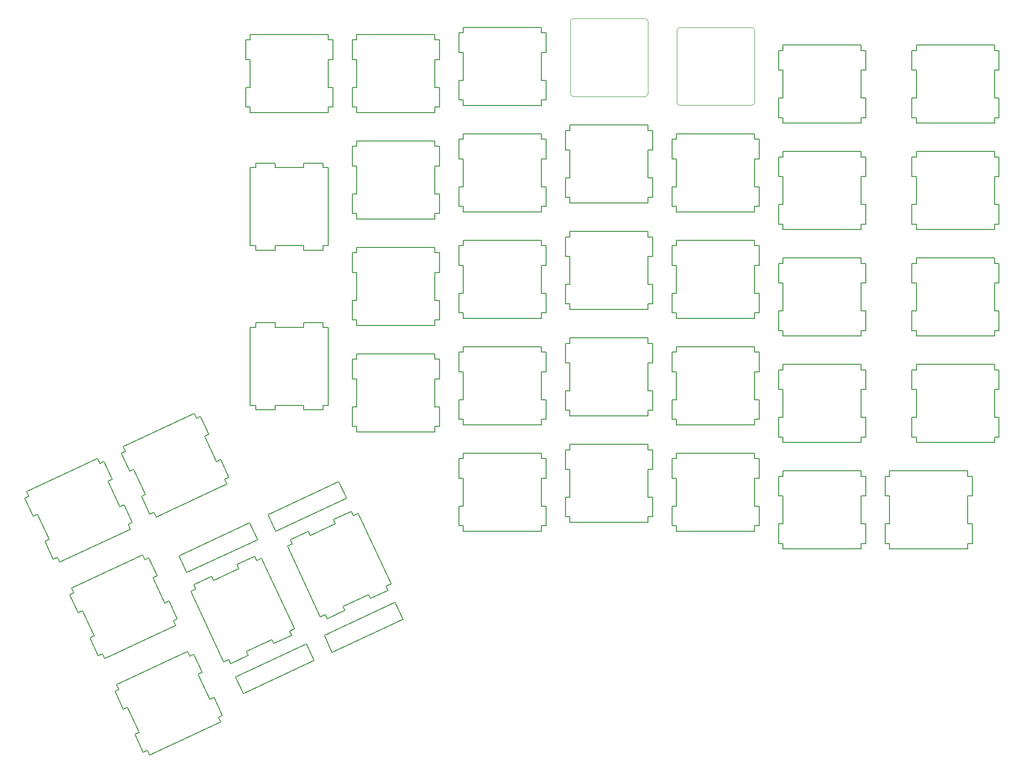
<source format=gbr>
%TF.GenerationSoftware,KiCad,Pcbnew,(6.0.5)*%
%TF.CreationDate,2022-05-21T18:25:29-06:00*%
%TF.ProjectId,ErgoDOX,4572676f-444f-4582-9e6b-696361645f70,rev?*%
%TF.SameCoordinates,Original*%
%TF.FileFunction,Other,ECO2*%
%FSLAX46Y46*%
G04 Gerber Fmt 4.6, Leading zero omitted, Abs format (unit mm)*
G04 Created by KiCad (PCBNEW (6.0.5)) date 2022-05-21 18:25:29*
%MOMM*%
%LPD*%
G01*
G04 APERTURE LIST*
%ADD10C,0.050000*%
%ADD11C,0.152400*%
G04 APERTURE END LIST*
D10*
%TO.C,SW5:10*%
X136490000Y-55780000D02*
X136490000Y-68680000D01*
X122590000Y-68680000D02*
X122590000Y-55780000D01*
X123090000Y-55280000D02*
X135990000Y-55280000D01*
X135990000Y-69180000D02*
X123090000Y-69180000D01*
X136490000Y-55780000D02*
G75*
G03*
X135990000Y-55280000I-500000J0D01*
G01*
X123090000Y-55280000D02*
G75*
G03*
X122590000Y-55780000I1J-500001D01*
G01*
X122590000Y-68680000D02*
G75*
G03*
X123090000Y-69180000I500001J1D01*
G01*
X135990000Y-69180000D02*
G75*
G03*
X136490000Y-68680000I0J500000D01*
G01*
%TO.C,SW5:11*%
X155540000Y-57377660D02*
X155540000Y-70277660D01*
X141640000Y-70277660D02*
X141640000Y-57377660D01*
X142140000Y-56877660D02*
X155040000Y-56877660D01*
X155040000Y-70777660D02*
X142140000Y-70777660D01*
X155540000Y-57377660D02*
G75*
G03*
X155040000Y-56877660I-500000J0D01*
G01*
X142140000Y-56877660D02*
G75*
G03*
X141640000Y-57377660I1J-500001D01*
G01*
X141640000Y-70277660D02*
G75*
G03*
X142140000Y-70777660I500001J1D01*
G01*
X155040000Y-70777660D02*
G75*
G03*
X155540000Y-70277660I0J500000D01*
G01*
D11*
%TO.C,SW1:13*%
X194487800Y-145707100D02*
X194487800Y-149207220D01*
X193675000Y-136217660D02*
X193675000Y-137198100D01*
X178892200Y-140698220D02*
X178892200Y-137198100D01*
X178892200Y-149207220D02*
X178892200Y-145707100D01*
X179705000Y-137198100D02*
X179705000Y-136217660D01*
X193675000Y-145707100D02*
X194487800Y-145707100D01*
X194487800Y-149207220D02*
X193675000Y-149207220D01*
X194487800Y-137198100D02*
X194487800Y-140698220D01*
X193675000Y-137198100D02*
X194487800Y-137198100D01*
X179705000Y-145707100D02*
X179705000Y-140698220D01*
X193675000Y-149207220D02*
X193675000Y-150187660D01*
X193675000Y-150187660D02*
X179705000Y-150187660D01*
X194487800Y-140698220D02*
X193675000Y-140698220D01*
X179705000Y-149207220D02*
X178892200Y-149207220D01*
X179705000Y-150187660D02*
X179705000Y-149207220D01*
X178892200Y-145707100D02*
X179705000Y-145707100D01*
X193675000Y-140698220D02*
X193675000Y-145707100D01*
X179705000Y-140698220D02*
X178892200Y-140698220D01*
X179705000Y-136217660D02*
X193675000Y-136217660D01*
X178892200Y-137198100D02*
X179705000Y-137198100D01*
%TO.C,SW1:10*%
X136525000Y-135925560D02*
X136525000Y-140934440D01*
X122555000Y-132425440D02*
X122555000Y-131445000D01*
X136525000Y-131445000D02*
X136525000Y-132425440D01*
X136525000Y-140934440D02*
X137337800Y-140934440D01*
X122555000Y-144434560D02*
X121742200Y-144434560D01*
X122555000Y-131445000D02*
X136525000Y-131445000D01*
X136525000Y-144434560D02*
X136525000Y-145415000D01*
X136525000Y-132425440D02*
X137337800Y-132425440D01*
X121742200Y-132425440D02*
X122555000Y-132425440D01*
X136525000Y-145415000D02*
X122555000Y-145415000D01*
X137337800Y-144434560D02*
X136525000Y-144434560D01*
X122555000Y-135925560D02*
X121742200Y-135925560D01*
X121742200Y-140934440D02*
X122555000Y-140934440D01*
X121742200Y-135925560D02*
X121742200Y-132425440D01*
X137337800Y-140934440D02*
X137337800Y-144434560D01*
X122555000Y-145415000D02*
X122555000Y-144434560D01*
X137337800Y-135925560D02*
X136525000Y-135925560D01*
X121742200Y-144434560D02*
X121742200Y-140934440D01*
X137337800Y-132425440D02*
X137337800Y-135925560D01*
X122555000Y-140934440D02*
X122555000Y-135925560D01*
%TO.C,SW1:9*%
X103505000Y-147012660D02*
X103505000Y-146032220D01*
X117475000Y-133042660D02*
X117475000Y-134023100D01*
X117475000Y-147012660D02*
X103505000Y-147012660D01*
X118287800Y-134023100D02*
X118287800Y-137523220D01*
X117475000Y-142532100D02*
X118287800Y-142532100D01*
X103505000Y-137523220D02*
X102692200Y-137523220D01*
X118287800Y-146032220D02*
X117475000Y-146032220D01*
X118287800Y-137523220D02*
X117475000Y-137523220D01*
X103505000Y-133042660D02*
X117475000Y-133042660D01*
X103505000Y-134023100D02*
X103505000Y-133042660D01*
X102692200Y-146032220D02*
X102692200Y-142532100D01*
X118287800Y-142532100D02*
X118287800Y-146032220D01*
X103505000Y-146032220D02*
X102692200Y-146032220D01*
X103505000Y-142532100D02*
X103505000Y-137523220D01*
X117475000Y-137523220D02*
X117475000Y-142532100D01*
X117475000Y-146032220D02*
X117475000Y-147012660D01*
X102692200Y-137523220D02*
X102692200Y-134023100D01*
X102692200Y-142532100D02*
X103505000Y-142532100D01*
X102692200Y-134023100D02*
X103505000Y-134023100D01*
X117475000Y-134023100D02*
X118287800Y-134023100D01*
%TO.C,SW2:13*%
X184467500Y-131137660D02*
X184467500Y-130157220D01*
X198437500Y-117167660D02*
X198437500Y-118148100D01*
X199250300Y-118148100D02*
X199250300Y-121648220D01*
X198437500Y-130157220D02*
X198437500Y-131137660D01*
X199250300Y-126657100D02*
X199250300Y-130157220D01*
X198437500Y-131137660D02*
X184467500Y-131137660D01*
X184467500Y-118148100D02*
X184467500Y-117167660D01*
X198437500Y-121648220D02*
X198437500Y-126657100D01*
X183654700Y-126657100D02*
X184467500Y-126657100D01*
X183654700Y-121648220D02*
X183654700Y-118148100D01*
X184467500Y-121648220D02*
X183654700Y-121648220D01*
X184467500Y-126657100D02*
X184467500Y-121648220D01*
X199250300Y-121648220D02*
X198437500Y-121648220D01*
X183654700Y-118148100D02*
X184467500Y-118148100D01*
X198437500Y-126657100D02*
X199250300Y-126657100D01*
X198437500Y-118148100D02*
X199250300Y-118148100D01*
X184467500Y-117167660D02*
X198437500Y-117167660D01*
X184467500Y-130157220D02*
X183654700Y-130157220D01*
X199250300Y-130157220D02*
X198437500Y-130157220D01*
X183654700Y-130157220D02*
X183654700Y-126657100D01*
%TO.C,SW2:10*%
X136525000Y-113375440D02*
X137337800Y-113375440D01*
X121742200Y-121884440D02*
X122555000Y-121884440D01*
X122555000Y-112395000D02*
X136525000Y-112395000D01*
X122555000Y-125384560D02*
X121742200Y-125384560D01*
X122555000Y-116875560D02*
X121742200Y-116875560D01*
X121742200Y-125384560D02*
X121742200Y-121884440D01*
X137337800Y-113375440D02*
X137337800Y-116875560D01*
X136525000Y-112395000D02*
X136525000Y-113375440D01*
X121742200Y-116875560D02*
X121742200Y-113375440D01*
X137337800Y-125384560D02*
X136525000Y-125384560D01*
X136525000Y-121884440D02*
X137337800Y-121884440D01*
X122555000Y-113375440D02*
X122555000Y-112395000D01*
X137337800Y-121884440D02*
X137337800Y-125384560D01*
X136525000Y-125384560D02*
X136525000Y-126365000D01*
X137337800Y-116875560D02*
X136525000Y-116875560D01*
X122555000Y-126365000D02*
X122555000Y-125384560D01*
X122555000Y-121884440D02*
X122555000Y-116875560D01*
X121742200Y-113375440D02*
X122555000Y-113375440D01*
X136525000Y-116875560D02*
X136525000Y-121884440D01*
X136525000Y-126365000D02*
X122555000Y-126365000D01*
%TO.C,SW2:9*%
X103505000Y-127962660D02*
X103505000Y-126982220D01*
X117475000Y-114973100D02*
X118287800Y-114973100D01*
X103505000Y-123482100D02*
X103505000Y-118473220D01*
X103505000Y-114973100D02*
X103505000Y-113992660D01*
X103505000Y-113992660D02*
X117475000Y-113992660D01*
X117475000Y-113992660D02*
X117475000Y-114973100D01*
X103505000Y-126982220D02*
X102692200Y-126982220D01*
X117475000Y-127962660D02*
X103505000Y-127962660D01*
X102692200Y-126982220D02*
X102692200Y-123482100D01*
X117475000Y-118473220D02*
X117475000Y-123482100D01*
X118287800Y-126982220D02*
X117475000Y-126982220D01*
X103505000Y-118473220D02*
X102692200Y-118473220D01*
X118287800Y-114973100D02*
X118287800Y-118473220D01*
X118287800Y-118473220D02*
X117475000Y-118473220D01*
X102692200Y-118473220D02*
X102692200Y-114973100D01*
X118287800Y-123482100D02*
X118287800Y-126982220D01*
X117475000Y-126982220D02*
X117475000Y-127962660D01*
X117475000Y-123482100D02*
X118287800Y-123482100D01*
X102692200Y-114973100D02*
X103505000Y-114973100D01*
X102692200Y-123482100D02*
X103505000Y-123482100D01*
%TO.C,SW2:7*%
X69885560Y-125282960D02*
X66385440Y-125282960D01*
X65405000Y-124470160D02*
X65405000Y-110500160D01*
X78394560Y-125282960D02*
X74894440Y-125282960D01*
X78394560Y-124470160D02*
X78394560Y-125282960D01*
X66385440Y-125282960D02*
X66385440Y-124470160D01*
X79375000Y-110500160D02*
X79375000Y-124470160D01*
X66385440Y-110500160D02*
X66385440Y-109687360D01*
X74894440Y-109687360D02*
X78394560Y-109687360D01*
X78394560Y-110500160D02*
X79375000Y-110500160D01*
X74894440Y-125282960D02*
X74894440Y-124470160D01*
X79375000Y-124470160D02*
X78394560Y-124470160D01*
X78394560Y-109687360D02*
X78394560Y-110500160D01*
X69885560Y-109687360D02*
X69885560Y-110500160D01*
X69885560Y-124470160D02*
X69885560Y-125282960D01*
X69885560Y-110500160D02*
X74894440Y-110500160D01*
X66385440Y-109687360D02*
X69885560Y-109687360D01*
X65405000Y-110500160D02*
X66385440Y-110500160D01*
X66385440Y-124470160D02*
X65405000Y-124470160D01*
X74894440Y-110500160D02*
X74894440Y-109687360D01*
X74894440Y-124470160D02*
X69885560Y-124470160D01*
%TO.C,SW3:13*%
X198437500Y-102598220D02*
X198437500Y-107607100D01*
X183654700Y-102598220D02*
X183654700Y-99098100D01*
X198437500Y-111107220D02*
X198437500Y-112087660D01*
X184467500Y-112087660D02*
X184467500Y-111107220D01*
X199250300Y-102598220D02*
X198437500Y-102598220D01*
X198437500Y-98117660D02*
X198437500Y-99098100D01*
X183654700Y-99098100D02*
X184467500Y-99098100D01*
X199250300Y-99098100D02*
X199250300Y-102598220D01*
X184467500Y-107607100D02*
X184467500Y-102598220D01*
X198437500Y-107607100D02*
X199250300Y-107607100D01*
X198437500Y-99098100D02*
X199250300Y-99098100D01*
X184467500Y-111107220D02*
X183654700Y-111107220D01*
X184467500Y-99098100D02*
X184467500Y-98117660D01*
X199250300Y-107607100D02*
X199250300Y-111107220D01*
X184467500Y-102598220D02*
X183654700Y-102598220D01*
X199250300Y-111107220D02*
X198437500Y-111107220D01*
X184467500Y-98117660D02*
X198437500Y-98117660D01*
X198437500Y-112087660D02*
X184467500Y-112087660D01*
X183654700Y-107607100D02*
X184467500Y-107607100D01*
X183654700Y-111107220D02*
X183654700Y-107607100D01*
%TO.C,SW3:11*%
X140792200Y-104432100D02*
X141605000Y-104432100D01*
X140792200Y-95923100D02*
X141605000Y-95923100D01*
X155575000Y-107932220D02*
X155575000Y-108912660D01*
X141605000Y-99423220D02*
X140792200Y-99423220D01*
X141605000Y-107932220D02*
X140792200Y-107932220D01*
X140792200Y-107932220D02*
X140792200Y-104432100D01*
X140792200Y-99423220D02*
X140792200Y-95923100D01*
X155575000Y-99423220D02*
X155575000Y-104432100D01*
X141605000Y-104432100D02*
X141605000Y-99423220D01*
X141605000Y-94942660D02*
X155575000Y-94942660D01*
X156387800Y-99423220D02*
X155575000Y-99423220D01*
X155575000Y-108912660D02*
X141605000Y-108912660D01*
X141605000Y-95923100D02*
X141605000Y-94942660D01*
X141605000Y-108912660D02*
X141605000Y-107932220D01*
X155575000Y-104432100D02*
X156387800Y-104432100D01*
X155575000Y-95923100D02*
X156387800Y-95923100D01*
X155575000Y-94942660D02*
X155575000Y-95923100D01*
X156387800Y-95923100D02*
X156387800Y-99423220D01*
X156387800Y-107932220D02*
X155575000Y-107932220D01*
X156387800Y-104432100D02*
X156387800Y-107932220D01*
%TO.C,SW3:10*%
X137337800Y-106334560D02*
X136525000Y-106334560D01*
X121742200Y-97825560D02*
X121742200Y-94325440D01*
X137337800Y-94325440D02*
X137337800Y-97825560D01*
X122555000Y-107315000D02*
X122555000Y-106334560D01*
X122555000Y-106334560D02*
X121742200Y-106334560D01*
X122555000Y-97825560D02*
X121742200Y-97825560D01*
X136525000Y-93345000D02*
X136525000Y-94325440D01*
X122555000Y-94325440D02*
X122555000Y-93345000D01*
X122555000Y-102834440D02*
X122555000Y-97825560D01*
X136525000Y-97825560D02*
X136525000Y-102834440D01*
X136525000Y-106334560D02*
X136525000Y-107315000D01*
X136525000Y-107315000D02*
X122555000Y-107315000D01*
X122555000Y-93345000D02*
X136525000Y-93345000D01*
X136525000Y-102834440D02*
X137337800Y-102834440D01*
X121742200Y-102834440D02*
X122555000Y-102834440D01*
X137337800Y-102834440D02*
X137337800Y-106334560D01*
X136525000Y-94325440D02*
X137337800Y-94325440D01*
X137337800Y-97825560D02*
X136525000Y-97825560D01*
X121742200Y-106334560D02*
X121742200Y-102834440D01*
X121742200Y-94325440D02*
X122555000Y-94325440D01*
%TO.C,SW3:9*%
X118287800Y-107932220D02*
X117475000Y-107932220D01*
X102692200Y-107932220D02*
X102692200Y-104432100D01*
X117475000Y-99423220D02*
X117475000Y-104432100D01*
X103505000Y-94942660D02*
X117475000Y-94942660D01*
X118287800Y-104432100D02*
X118287800Y-107932220D01*
X103505000Y-107932220D02*
X102692200Y-107932220D01*
X117475000Y-95923100D02*
X118287800Y-95923100D01*
X103505000Y-104432100D02*
X103505000Y-99423220D01*
X117475000Y-108912660D02*
X103505000Y-108912660D01*
X102692200Y-99423220D02*
X102692200Y-95923100D01*
X117475000Y-107932220D02*
X117475000Y-108912660D01*
X118287800Y-99423220D02*
X117475000Y-99423220D01*
X103505000Y-99423220D02*
X102692200Y-99423220D01*
X117475000Y-94942660D02*
X117475000Y-95923100D01*
X117475000Y-104432100D02*
X118287800Y-104432100D01*
X102692200Y-104432100D02*
X103505000Y-104432100D01*
X103505000Y-108912660D02*
X103505000Y-107932220D01*
X118287800Y-95923100D02*
X118287800Y-99423220D01*
X103505000Y-95923100D02*
X103505000Y-94942660D01*
X102692200Y-95923100D02*
X103505000Y-95923100D01*
%TO.C,SW3:8*%
X98425000Y-110182660D02*
X84455000Y-110182660D01*
X98425000Y-105702100D02*
X99237800Y-105702100D01*
X84455000Y-105702100D02*
X84455000Y-100693220D01*
X83642200Y-109202220D02*
X83642200Y-105702100D01*
X98425000Y-109202220D02*
X98425000Y-110182660D01*
X84455000Y-97193100D02*
X84455000Y-96212660D01*
X98425000Y-100693220D02*
X98425000Y-105702100D01*
X98425000Y-97193100D02*
X99237800Y-97193100D01*
X84455000Y-109202220D02*
X83642200Y-109202220D01*
X99237800Y-97193100D02*
X99237800Y-100693220D01*
X84455000Y-96212660D02*
X98425000Y-96212660D01*
X99237800Y-105702100D02*
X99237800Y-109202220D01*
X84455000Y-110182660D02*
X84455000Y-109202220D01*
X99237800Y-100693220D02*
X98425000Y-100693220D01*
X84455000Y-100693220D02*
X83642200Y-100693220D01*
X98425000Y-96212660D02*
X98425000Y-97193100D01*
X99237800Y-109202220D02*
X98425000Y-109202220D01*
X83642200Y-105702100D02*
X84455000Y-105702100D01*
X83642200Y-100693220D02*
X83642200Y-97193100D01*
X83642200Y-97193100D02*
X84455000Y-97193100D01*
%TO.C,SW4:13*%
X184467500Y-93037660D02*
X184467500Y-92057220D01*
X199250300Y-80048100D02*
X199250300Y-83548220D01*
X183654700Y-92057220D02*
X183654700Y-88557100D01*
X184467500Y-88557100D02*
X184467500Y-83548220D01*
X183654700Y-80048100D02*
X184467500Y-80048100D01*
X198437500Y-92057220D02*
X198437500Y-93037660D01*
X198437500Y-93037660D02*
X184467500Y-93037660D01*
X184467500Y-79067660D02*
X198437500Y-79067660D01*
X184467500Y-92057220D02*
X183654700Y-92057220D01*
X184467500Y-83548220D02*
X183654700Y-83548220D01*
X198437500Y-79067660D02*
X198437500Y-80048100D01*
X198437500Y-83548220D02*
X198437500Y-88557100D01*
X199250300Y-92057220D02*
X198437500Y-92057220D01*
X184467500Y-80048100D02*
X184467500Y-79067660D01*
X183654700Y-83548220D02*
X183654700Y-80048100D01*
X198437500Y-80048100D02*
X199250300Y-80048100D01*
X199250300Y-88557100D02*
X199250300Y-92057220D01*
X183654700Y-88557100D02*
X184467500Y-88557100D01*
X199250300Y-83548220D02*
X198437500Y-83548220D01*
X198437500Y-88557100D02*
X199250300Y-88557100D01*
%TO.C,SW4:12*%
X159842200Y-88557100D02*
X160655000Y-88557100D01*
X160655000Y-92057220D02*
X159842200Y-92057220D01*
X159842200Y-92057220D02*
X159842200Y-88557100D01*
X159842200Y-83548220D02*
X159842200Y-80048100D01*
X174625000Y-83548220D02*
X174625000Y-88557100D01*
X174625000Y-92057220D02*
X174625000Y-93037660D01*
X174625000Y-88557100D02*
X175437800Y-88557100D01*
X174625000Y-93037660D02*
X160655000Y-93037660D01*
X174625000Y-79067660D02*
X174625000Y-80048100D01*
X175437800Y-80048100D02*
X175437800Y-83548220D01*
X175437800Y-88557100D02*
X175437800Y-92057220D01*
X175437800Y-92057220D02*
X174625000Y-92057220D01*
X160655000Y-83548220D02*
X159842200Y-83548220D01*
X174625000Y-80048100D02*
X175437800Y-80048100D01*
X160655000Y-80048100D02*
X160655000Y-79067660D01*
X160655000Y-88557100D02*
X160655000Y-83548220D01*
X160655000Y-79067660D02*
X174625000Y-79067660D01*
X175437800Y-83548220D02*
X174625000Y-83548220D01*
X159842200Y-80048100D02*
X160655000Y-80048100D01*
X160655000Y-93037660D02*
X160655000Y-92057220D01*
%TO.C,SW4:11*%
X140792200Y-85382100D02*
X141605000Y-85382100D01*
X155575000Y-76873100D02*
X156387800Y-76873100D01*
X155575000Y-88882220D02*
X155575000Y-89862660D01*
X141605000Y-88882220D02*
X140792200Y-88882220D01*
X155575000Y-75892660D02*
X155575000Y-76873100D01*
X140792200Y-88882220D02*
X140792200Y-85382100D01*
X140792200Y-80373220D02*
X140792200Y-76873100D01*
X140792200Y-76873100D02*
X141605000Y-76873100D01*
X156387800Y-85382100D02*
X156387800Y-88882220D01*
X156387800Y-76873100D02*
X156387800Y-80373220D01*
X141605000Y-76873100D02*
X141605000Y-75892660D01*
X156387800Y-88882220D02*
X155575000Y-88882220D01*
X141605000Y-80373220D02*
X140792200Y-80373220D01*
X155575000Y-80373220D02*
X155575000Y-85382100D01*
X155575000Y-89862660D02*
X141605000Y-89862660D01*
X141605000Y-75892660D02*
X155575000Y-75892660D01*
X141605000Y-85382100D02*
X141605000Y-80373220D01*
X155575000Y-85382100D02*
X156387800Y-85382100D01*
X141605000Y-89862660D02*
X141605000Y-88882220D01*
X156387800Y-80373220D02*
X155575000Y-80373220D01*
%TO.C,SW4:10*%
X121742200Y-78775560D02*
X121742200Y-75275440D01*
X122555000Y-87284560D02*
X121742200Y-87284560D01*
X136525000Y-74295000D02*
X136525000Y-75275440D01*
X122555000Y-83784440D02*
X122555000Y-78775560D01*
X136525000Y-75275440D02*
X137337800Y-75275440D01*
X137337800Y-83784440D02*
X137337800Y-87284560D01*
X121742200Y-75275440D02*
X122555000Y-75275440D01*
X136525000Y-87284560D02*
X136525000Y-88265000D01*
X122555000Y-88265000D02*
X122555000Y-87284560D01*
X122555000Y-74295000D02*
X136525000Y-74295000D01*
X121742200Y-87284560D02*
X121742200Y-83784440D01*
X136525000Y-78775560D02*
X136525000Y-83784440D01*
X122555000Y-75275440D02*
X122555000Y-74295000D01*
X136525000Y-88265000D02*
X122555000Y-88265000D01*
X137337800Y-75275440D02*
X137337800Y-78775560D01*
X137337800Y-78775560D02*
X136525000Y-78775560D01*
X136525000Y-83784440D02*
X137337800Y-83784440D01*
X137337800Y-87284560D02*
X136525000Y-87284560D01*
X121742200Y-83784440D02*
X122555000Y-83784440D01*
X122555000Y-78775560D02*
X121742200Y-78775560D01*
%TO.C,SW4:9*%
X102692200Y-80373220D02*
X102692200Y-76873100D01*
X102692200Y-85382100D02*
X103505000Y-85382100D01*
X118287800Y-80373220D02*
X117475000Y-80373220D01*
X102692200Y-88882220D02*
X102692200Y-85382100D01*
X118287800Y-76873100D02*
X118287800Y-80373220D01*
X103505000Y-88882220D02*
X102692200Y-88882220D01*
X103505000Y-85382100D02*
X103505000Y-80373220D01*
X117475000Y-89862660D02*
X103505000Y-89862660D01*
X118287800Y-85382100D02*
X118287800Y-88882220D01*
X103505000Y-89862660D02*
X103505000Y-88882220D01*
X117475000Y-76873100D02*
X118287800Y-76873100D01*
X117475000Y-85382100D02*
X118287800Y-85382100D01*
X117475000Y-80373220D02*
X117475000Y-85382100D01*
X118287800Y-88882220D02*
X117475000Y-88882220D01*
X103505000Y-80373220D02*
X102692200Y-80373220D01*
X117475000Y-75892660D02*
X117475000Y-76873100D01*
X117475000Y-88882220D02*
X117475000Y-89862660D01*
X102692200Y-76873100D02*
X103505000Y-76873100D01*
X103505000Y-75892660D02*
X117475000Y-75892660D01*
X103505000Y-76873100D02*
X103505000Y-75892660D01*
%TO.C,SW4:8*%
X84455000Y-90152220D02*
X83642200Y-90152220D01*
X98425000Y-81643220D02*
X98425000Y-86652100D01*
X98425000Y-86652100D02*
X99237800Y-86652100D01*
X83642200Y-78143100D02*
X84455000Y-78143100D01*
X98425000Y-78143100D02*
X99237800Y-78143100D01*
X98425000Y-77162660D02*
X98425000Y-78143100D01*
X98425000Y-90152220D02*
X98425000Y-91132660D01*
X83642200Y-86652100D02*
X84455000Y-86652100D01*
X98425000Y-91132660D02*
X84455000Y-91132660D01*
X84455000Y-81643220D02*
X83642200Y-81643220D01*
X83642200Y-81643220D02*
X83642200Y-78143100D01*
X99237800Y-86652100D02*
X99237800Y-90152220D01*
X99237800Y-78143100D02*
X99237800Y-81643220D01*
X99237800Y-90152220D02*
X98425000Y-90152220D01*
X84455000Y-86652100D02*
X84455000Y-81643220D01*
X84455000Y-91132660D02*
X84455000Y-90152220D01*
X84455000Y-78143100D02*
X84455000Y-77162660D01*
X84455000Y-77162660D02*
X98425000Y-77162660D01*
X99237800Y-81643220D02*
X98425000Y-81643220D01*
X83642200Y-90152220D02*
X83642200Y-86652100D01*
%TO.C,SW4:7*%
X65405000Y-95895160D02*
X65405000Y-81925160D01*
X74894440Y-96707960D02*
X74894440Y-95895160D01*
X66385440Y-95895160D02*
X65405000Y-95895160D01*
X78394560Y-81112360D02*
X78394560Y-81925160D01*
X69885560Y-96707960D02*
X66385440Y-96707960D01*
X66385440Y-81925160D02*
X66385440Y-81112360D01*
X78394560Y-81925160D02*
X79375000Y-81925160D01*
X78394560Y-96707960D02*
X74894440Y-96707960D01*
X66385440Y-81112360D02*
X69885560Y-81112360D01*
X65405000Y-81925160D02*
X66385440Y-81925160D01*
X79375000Y-95895160D02*
X78394560Y-95895160D01*
X74894440Y-81925160D02*
X74894440Y-81112360D01*
X69885560Y-81112360D02*
X69885560Y-81925160D01*
X66385440Y-96707960D02*
X66385440Y-95895160D01*
X78394560Y-95895160D02*
X78394560Y-96707960D01*
X74894440Y-81112360D02*
X78394560Y-81112360D01*
X69885560Y-95895160D02*
X69885560Y-96707960D01*
X69885560Y-81925160D02*
X74894440Y-81925160D01*
X79375000Y-81925160D02*
X79375000Y-95895160D01*
X74894440Y-95895160D02*
X69885560Y-95895160D01*
%TO.C,SW0:10*%
X75737574Y-147056695D02*
X76081078Y-147793342D01*
X90040332Y-157595050D02*
X86868146Y-159074265D01*
X80620665Y-145676498D02*
X80277161Y-144939851D01*
X81985055Y-160454462D02*
X82328559Y-161191109D01*
X77924289Y-162348028D02*
X72020312Y-149686909D01*
X76081078Y-147793342D02*
X80620665Y-145676498D01*
X79156373Y-162670324D02*
X78812869Y-161933677D01*
X80277161Y-144939851D02*
X83449347Y-143460636D01*
X86868146Y-159074265D02*
X86524642Y-158337618D01*
X72908892Y-149272557D02*
X72565388Y-148535910D01*
X72565388Y-148535910D02*
X75737574Y-147056695D01*
X84681431Y-143782932D02*
X90585408Y-156444051D01*
X83792851Y-144197283D02*
X84681431Y-143782932D01*
X72020312Y-149686909D02*
X72908892Y-149272557D01*
X78812869Y-161933677D02*
X77924289Y-162348028D01*
X86524642Y-158337618D02*
X81985055Y-160454462D01*
X90585408Y-156444051D02*
X89696828Y-156858403D01*
X89696828Y-156858403D02*
X90040332Y-157595050D01*
X83449347Y-143460636D02*
X83792851Y-144197283D01*
X82328559Y-161191109D02*
X79156373Y-162670324D01*
%TO.C,SW0:12*%
X41517452Y-174421429D02*
X54178571Y-168517452D01*
X45527862Y-183021782D02*
X43411018Y-178482195D01*
X58925629Y-176774301D02*
X60404844Y-179946487D01*
X58188982Y-177117805D02*
X58925629Y-176774301D01*
X54592923Y-169406032D02*
X55329570Y-169062528D01*
X41195156Y-175653513D02*
X41931803Y-175310009D01*
X44791215Y-183365286D02*
X45527862Y-183021782D01*
X41931803Y-175310009D02*
X41517452Y-174421429D01*
X46270430Y-186537472D02*
X44791215Y-183365286D01*
X56808785Y-172234714D02*
X56072138Y-172578218D01*
X59668197Y-180289991D02*
X60082548Y-181178571D01*
X56072138Y-172578218D02*
X58188982Y-177117805D01*
X54178571Y-168517452D02*
X54592923Y-169406032D01*
X47007077Y-186193968D02*
X46270430Y-186537472D01*
X43411018Y-178482195D02*
X42674371Y-178825699D01*
X55329570Y-169062528D02*
X56808785Y-172234714D01*
X60082548Y-181178571D02*
X47421429Y-187082548D01*
X47421429Y-187082548D02*
X47007077Y-186193968D01*
X60404844Y-179946487D02*
X59668197Y-180289991D01*
X42674371Y-178825699D02*
X41195156Y-175653513D01*
%TO.C,SW0:11*%
X58473194Y-155108495D02*
X58816698Y-155845142D01*
X64720675Y-168506262D02*
X65064179Y-169242909D01*
X67417051Y-151834732D02*
X73321028Y-164495851D01*
X55301008Y-156587710D02*
X58473194Y-155108495D01*
X58816698Y-155845142D02*
X63356285Y-153728298D01*
X72775952Y-165646850D02*
X69603766Y-167126065D01*
X63012781Y-152991651D02*
X66184967Y-151512436D01*
X55644512Y-157324357D02*
X55301008Y-156587710D01*
X61548489Y-169985477D02*
X60659909Y-170399828D01*
X63356285Y-153728298D02*
X63012781Y-152991651D01*
X54755932Y-157738709D02*
X55644512Y-157324357D01*
X72432448Y-164910203D02*
X72775952Y-165646850D01*
X65064179Y-169242909D02*
X61891993Y-170722124D01*
X61891993Y-170722124D02*
X61548489Y-169985477D01*
X60659909Y-170399828D02*
X54755932Y-157738709D01*
X73321028Y-164495851D02*
X72432448Y-164910203D01*
X66528471Y-152249083D02*
X67417051Y-151834732D01*
X69603766Y-167126065D02*
X69260262Y-166389418D01*
X66184967Y-151512436D02*
X66528471Y-152249083D01*
X69260262Y-166389418D02*
X64720675Y-168506262D01*
%TO.C,SW0:9*%
X34622571Y-161558779D02*
X33143356Y-158386593D01*
X47277770Y-151795608D02*
X48756985Y-154967794D01*
X39369629Y-169815628D02*
X38955277Y-168927048D01*
X37476062Y-165754862D02*
X35359218Y-161215275D01*
X50873829Y-159507381D02*
X52353044Y-162679567D01*
X35359218Y-161215275D02*
X34622571Y-161558779D01*
X33880003Y-158043089D02*
X33465652Y-157154509D01*
X50137182Y-159850885D02*
X50873829Y-159507381D01*
X46541123Y-152139112D02*
X47277770Y-151795608D01*
X38955277Y-168927048D02*
X38218630Y-169270552D01*
X51616397Y-163023071D02*
X52030748Y-163911651D01*
X48020338Y-155311298D02*
X50137182Y-159850885D01*
X48756985Y-154967794D02*
X48020338Y-155311298D01*
X33143356Y-158386593D02*
X33880003Y-158043089D01*
X38218630Y-169270552D02*
X36739415Y-166098366D01*
X36739415Y-166098366D02*
X37476062Y-165754862D01*
X52353044Y-162679567D02*
X51616397Y-163023071D01*
X46126771Y-151250532D02*
X46541123Y-152139112D01*
X52030748Y-163911651D02*
X39369629Y-169815628D01*
X33465652Y-157154509D02*
X46126771Y-151250532D01*
%TO.C,SW0:7*%
X42824569Y-142243001D02*
X44303784Y-145415187D01*
X43981488Y-146647271D02*
X31320369Y-152551248D01*
X44303784Y-145415187D02*
X43567137Y-145758691D01*
X28690155Y-148833986D02*
X29426802Y-148490482D01*
X25094096Y-141122213D02*
X25830743Y-140778709D01*
X29426802Y-148490482D02*
X27309958Y-143950895D01*
X38077511Y-133986152D02*
X38491863Y-134874732D01*
X42087922Y-142586505D02*
X42824569Y-142243001D01*
X43567137Y-145758691D02*
X43981488Y-146647271D01*
X40707725Y-137703414D02*
X39971078Y-138046918D01*
X27309958Y-143950895D02*
X26573311Y-144294399D01*
X39228510Y-134531228D02*
X40707725Y-137703414D01*
X39971078Y-138046918D02*
X42087922Y-142586505D01*
X25830743Y-140778709D02*
X25416392Y-139890129D01*
X30906017Y-151662668D02*
X30169370Y-152006172D01*
X30169370Y-152006172D02*
X28690155Y-148833986D01*
X25416392Y-139890129D02*
X38077511Y-133986152D01*
X38491863Y-134874732D02*
X39228510Y-134531228D01*
X31320369Y-152551248D02*
X30906017Y-151662668D01*
X26573311Y-144294399D02*
X25094096Y-141122213D01*
%TO.C,SW1:11*%
X141605000Y-147012660D02*
X141605000Y-146032220D01*
X155575000Y-137523220D02*
X155575000Y-142532100D01*
X156387800Y-142532100D02*
X156387800Y-146032220D01*
X140792200Y-146032220D02*
X140792200Y-142532100D01*
X140792200Y-142532100D02*
X141605000Y-142532100D01*
X141605000Y-134023100D02*
X141605000Y-133042660D01*
X140792200Y-134023100D02*
X141605000Y-134023100D01*
X141605000Y-137523220D02*
X140792200Y-137523220D01*
X155575000Y-142532100D02*
X156387800Y-142532100D01*
X141605000Y-146032220D02*
X140792200Y-146032220D01*
X156387800Y-137523220D02*
X155575000Y-137523220D01*
X155575000Y-133042660D02*
X155575000Y-134023100D01*
X155575000Y-134023100D02*
X156387800Y-134023100D01*
X141605000Y-133042660D02*
X155575000Y-133042660D01*
X156387800Y-134023100D02*
X156387800Y-137523220D01*
X155575000Y-146032220D02*
X155575000Y-147012660D01*
X141605000Y-142532100D02*
X141605000Y-137523220D01*
X156387800Y-146032220D02*
X155575000Y-146032220D01*
X140792200Y-137523220D02*
X140792200Y-134023100D01*
X155575000Y-147012660D02*
X141605000Y-147012660D01*
%TO.C,SW0:8*%
X59352302Y-134537245D02*
X60088949Y-134193741D01*
X55756243Y-126825472D02*
X56492890Y-126481968D01*
X48584749Y-144501988D02*
X48170397Y-143613408D01*
X60088949Y-134193741D02*
X61568164Y-137365927D01*
X46691182Y-140441222D02*
X44574338Y-135901635D01*
X45954535Y-140784726D02*
X46691182Y-140441222D01*
X42358476Y-133072953D02*
X43095123Y-132729449D01*
X57235458Y-129997658D02*
X59352302Y-134537245D01*
X60831517Y-137709431D02*
X61245868Y-138598011D01*
X43095123Y-132729449D02*
X42680772Y-131840869D01*
X61568164Y-137365927D02*
X60831517Y-137709431D01*
X44574338Y-135901635D02*
X43837691Y-136245139D01*
X57972105Y-129654154D02*
X57235458Y-129997658D01*
X47433750Y-143956912D02*
X45954535Y-140784726D01*
X56492890Y-126481968D02*
X57972105Y-129654154D01*
X48170397Y-143613408D02*
X47433750Y-143956912D01*
X42680772Y-131840869D02*
X55341891Y-125936892D01*
X55341891Y-125936892D02*
X55756243Y-126825472D01*
X61245868Y-138598011D02*
X48584749Y-144501988D01*
X43837691Y-136245139D02*
X42358476Y-133072953D01*
%TO.C,SW5:13*%
X184467500Y-69509640D02*
X184467500Y-64500760D01*
X184467500Y-73990200D02*
X184467500Y-73009760D01*
X184467500Y-73009760D02*
X183654700Y-73009760D01*
X198437500Y-60020200D02*
X198437500Y-61000640D01*
X199250300Y-64500760D02*
X198437500Y-64500760D01*
X183654700Y-73009760D02*
X183654700Y-69509640D01*
X198437500Y-64500760D02*
X198437500Y-69509640D01*
X198437500Y-61000640D02*
X199250300Y-61000640D01*
X184467500Y-60020200D02*
X198437500Y-60020200D01*
X198437500Y-69509640D02*
X199250300Y-69509640D01*
X183654700Y-69509640D02*
X184467500Y-69509640D01*
X184467500Y-61000640D02*
X184467500Y-60020200D01*
X183654700Y-64500760D02*
X183654700Y-61000640D01*
X184467500Y-64500760D02*
X183654700Y-64500760D01*
X198437500Y-73009760D02*
X198437500Y-73990200D01*
X199250300Y-61000640D02*
X199250300Y-64500760D01*
X183654700Y-61000640D02*
X184467500Y-61000640D01*
X198437500Y-73990200D02*
X184467500Y-73990200D01*
X199250300Y-73009760D02*
X198437500Y-73009760D01*
X199250300Y-69509640D02*
X199250300Y-73009760D01*
%TO.C,SW5:9*%
X118287800Y-69832220D02*
X117475000Y-69832220D01*
X103505000Y-56842660D02*
X117475000Y-56842660D01*
X102692200Y-66332100D02*
X103505000Y-66332100D01*
X103505000Y-57823100D02*
X103505000Y-56842660D01*
X102692200Y-69832220D02*
X102692200Y-66332100D01*
X118287800Y-57823100D02*
X118287800Y-61323220D01*
X117475000Y-66332100D02*
X118287800Y-66332100D01*
X117475000Y-70812660D02*
X103505000Y-70812660D01*
X103505000Y-70812660D02*
X103505000Y-69832220D01*
X103505000Y-61323220D02*
X102692200Y-61323220D01*
X102692200Y-57823100D02*
X103505000Y-57823100D01*
X117475000Y-56842660D02*
X117475000Y-57823100D01*
X118287800Y-66332100D02*
X118287800Y-69832220D01*
X117475000Y-57823100D02*
X118287800Y-57823100D01*
X103505000Y-69832220D02*
X102692200Y-69832220D01*
X118287800Y-61323220D02*
X117475000Y-61323220D01*
X102692200Y-61323220D02*
X102692200Y-57823100D01*
X103505000Y-66332100D02*
X103505000Y-61323220D01*
X117475000Y-69832220D02*
X117475000Y-70812660D01*
X117475000Y-61323220D02*
X117475000Y-66332100D01*
%TO.C,SW5:12*%
X175437800Y-64500760D02*
X174625000Y-64500760D01*
X174625000Y-60020200D02*
X174625000Y-61000640D01*
X174625000Y-61000640D02*
X175437800Y-61000640D01*
X160655000Y-64500760D02*
X159842200Y-64500760D01*
X160655000Y-69509640D02*
X160655000Y-64500760D01*
X159842200Y-64500760D02*
X159842200Y-61000640D01*
X174625000Y-73009760D02*
X174625000Y-73990200D01*
X174625000Y-69509640D02*
X175437800Y-69509640D01*
X174625000Y-64500760D02*
X174625000Y-69509640D01*
X160655000Y-73990200D02*
X160655000Y-73009760D01*
X175437800Y-69509640D02*
X175437800Y-73009760D01*
X160655000Y-61000640D02*
X160655000Y-60020200D01*
X174625000Y-73990200D02*
X160655000Y-73990200D01*
X175437800Y-73009760D02*
X174625000Y-73009760D01*
X160655000Y-60020200D02*
X174625000Y-60020200D01*
X159842200Y-61000640D02*
X160655000Y-61000640D01*
X175437800Y-61000640D02*
X175437800Y-64500760D01*
X160655000Y-73009760D02*
X159842200Y-73009760D01*
X159842200Y-69509640D02*
X160655000Y-69509640D01*
X159842200Y-73009760D02*
X159842200Y-69509640D01*
%TO.C,SW5:8*%
X84455000Y-72085200D02*
X84455000Y-71104760D01*
X83642200Y-67604640D02*
X84455000Y-67604640D01*
X98425000Y-71104760D02*
X98425000Y-72085200D01*
X98425000Y-59095640D02*
X99237800Y-59095640D01*
X99237800Y-62595760D02*
X98425000Y-62595760D01*
X83642200Y-59095640D02*
X84455000Y-59095640D01*
X84455000Y-67604640D02*
X84455000Y-62595760D01*
X98425000Y-72085200D02*
X84455000Y-72085200D01*
X83642200Y-71104760D02*
X83642200Y-67604640D01*
X84455000Y-62595760D02*
X83642200Y-62595760D01*
X98425000Y-67604640D02*
X99237800Y-67604640D01*
X83642200Y-62595760D02*
X83642200Y-59095640D01*
X84455000Y-59095640D02*
X84455000Y-58115200D01*
X84455000Y-71104760D02*
X83642200Y-71104760D01*
X98425000Y-62595760D02*
X98425000Y-67604640D01*
X84455000Y-58115200D02*
X98425000Y-58115200D01*
X99237800Y-59095640D02*
X99237800Y-62595760D01*
X99237800Y-67604640D02*
X99237800Y-71104760D01*
X98425000Y-58115200D02*
X98425000Y-59095640D01*
X99237800Y-71104760D02*
X98425000Y-71104760D01*
%TO.C,SW5:7*%
X65405000Y-71104760D02*
X64592200Y-71104760D01*
X80187800Y-59095640D02*
X80187800Y-62595760D01*
X65405000Y-58115200D02*
X79375000Y-58115200D01*
X65405000Y-67604640D02*
X65405000Y-62595760D01*
X65405000Y-62595760D02*
X64592200Y-62595760D01*
X80187800Y-71104760D02*
X79375000Y-71104760D01*
X64592200Y-71104760D02*
X64592200Y-67604640D01*
X79375000Y-59095640D02*
X80187800Y-59095640D01*
X79375000Y-71104760D02*
X79375000Y-72085200D01*
X65405000Y-59095640D02*
X65405000Y-58115200D01*
X79375000Y-72085200D02*
X65405000Y-72085200D01*
X79375000Y-58115200D02*
X79375000Y-59095640D01*
X79375000Y-67604640D02*
X80187800Y-67604640D01*
X64592200Y-67604640D02*
X65405000Y-67604640D01*
X80187800Y-67604640D02*
X80187800Y-71104760D01*
X65405000Y-72085200D02*
X65405000Y-71104760D01*
X64592200Y-59095640D02*
X65405000Y-59095640D01*
X79375000Y-62595760D02*
X79375000Y-67604640D01*
X64592200Y-62595760D02*
X64592200Y-59095640D01*
X80187800Y-62595760D02*
X79375000Y-62595760D01*
%TO.C,SW2:11*%
X156387800Y-114973100D02*
X156387800Y-118473220D01*
X141605000Y-127962660D02*
X141605000Y-126982220D01*
X141605000Y-114973100D02*
X141605000Y-113992660D01*
X155575000Y-114973100D02*
X156387800Y-114973100D01*
X141605000Y-123482100D02*
X141605000Y-118473220D01*
X140792200Y-126982220D02*
X140792200Y-123482100D01*
X155575000Y-113992660D02*
X155575000Y-114973100D01*
X140792200Y-118473220D02*
X140792200Y-114973100D01*
X141605000Y-126982220D02*
X140792200Y-126982220D01*
X156387800Y-123482100D02*
X156387800Y-126982220D01*
X155575000Y-123482100D02*
X156387800Y-123482100D01*
X141605000Y-118473220D02*
X140792200Y-118473220D01*
X155575000Y-118473220D02*
X155575000Y-123482100D01*
X140792200Y-123482100D02*
X141605000Y-123482100D01*
X155575000Y-126982220D02*
X155575000Y-127962660D01*
X140792200Y-114973100D02*
X141605000Y-114973100D01*
X156387800Y-118473220D02*
X155575000Y-118473220D01*
X155575000Y-127962660D02*
X141605000Y-127962660D01*
X141605000Y-113992660D02*
X155575000Y-113992660D01*
X156387800Y-126982220D02*
X155575000Y-126982220D01*
%TO.C,SW2:8*%
X84455000Y-115262660D02*
X98425000Y-115262660D01*
X99237800Y-128252220D02*
X98425000Y-128252220D01*
X98425000Y-116243100D02*
X99237800Y-116243100D01*
X99237800Y-116243100D02*
X99237800Y-119743220D01*
X83642200Y-116243100D02*
X84455000Y-116243100D01*
X83642200Y-119743220D02*
X83642200Y-116243100D01*
X99237800Y-119743220D02*
X98425000Y-119743220D01*
X98425000Y-124752100D02*
X99237800Y-124752100D01*
X84455000Y-128252220D02*
X83642200Y-128252220D01*
X84455000Y-129232660D02*
X84455000Y-128252220D01*
X98425000Y-115262660D02*
X98425000Y-116243100D01*
X83642200Y-124752100D02*
X84455000Y-124752100D01*
X83642200Y-128252220D02*
X83642200Y-124752100D01*
X99237800Y-124752100D02*
X99237800Y-128252220D01*
X98425000Y-128252220D02*
X98425000Y-129232660D01*
X98425000Y-119743220D02*
X98425000Y-124752100D01*
X84455000Y-116243100D02*
X84455000Y-115262660D01*
X84455000Y-124752100D02*
X84455000Y-119743220D01*
X84455000Y-119743220D02*
X83642200Y-119743220D01*
X98425000Y-129232660D02*
X84455000Y-129232660D01*
%TO.C,SW3:12*%
X175437800Y-107607100D02*
X175437800Y-111107220D01*
X174625000Y-107607100D02*
X175437800Y-107607100D01*
X175437800Y-102598220D02*
X174625000Y-102598220D01*
X159842200Y-99098100D02*
X160655000Y-99098100D01*
X174625000Y-111107220D02*
X174625000Y-112087660D01*
X159842200Y-102598220D02*
X159842200Y-99098100D01*
X160655000Y-102598220D02*
X159842200Y-102598220D01*
X174625000Y-112087660D02*
X160655000Y-112087660D01*
X175437800Y-111107220D02*
X174625000Y-111107220D01*
X174625000Y-98117660D02*
X174625000Y-99098100D01*
X160655000Y-99098100D02*
X160655000Y-98117660D01*
X174625000Y-99098100D02*
X175437800Y-99098100D01*
X160655000Y-107607100D02*
X160655000Y-102598220D01*
X159842200Y-107607100D02*
X160655000Y-107607100D01*
X175437800Y-99098100D02*
X175437800Y-102598220D01*
X160655000Y-98117660D02*
X174625000Y-98117660D01*
X159842200Y-111107220D02*
X159842200Y-107607100D01*
X160655000Y-112087660D02*
X160655000Y-111107220D01*
X174625000Y-102598220D02*
X174625000Y-107607100D01*
X160655000Y-111107220D02*
X159842200Y-111107220D01*
%TO.C,SW2:12*%
X174625000Y-126657100D02*
X175437800Y-126657100D01*
X160655000Y-126657100D02*
X160655000Y-121648220D01*
X159842200Y-126657100D02*
X160655000Y-126657100D01*
X160655000Y-117167660D02*
X174625000Y-117167660D01*
X160655000Y-130157220D02*
X159842200Y-130157220D01*
X175437800Y-118148100D02*
X175437800Y-121648220D01*
X160655000Y-121648220D02*
X159842200Y-121648220D01*
X174625000Y-117167660D02*
X174625000Y-118148100D01*
X160655000Y-131137660D02*
X160655000Y-130157220D01*
X174625000Y-118148100D02*
X175437800Y-118148100D01*
X159842200Y-121648220D02*
X159842200Y-118148100D01*
X159842200Y-118148100D02*
X160655000Y-118148100D01*
X175437800Y-130157220D02*
X174625000Y-130157220D01*
X175437800Y-121648220D02*
X174625000Y-121648220D01*
X174625000Y-131137660D02*
X160655000Y-131137660D01*
X174625000Y-121648220D02*
X174625000Y-126657100D01*
X175437800Y-126657100D02*
X175437800Y-130157220D01*
X159842200Y-130157220D02*
X159842200Y-126657100D01*
X160655000Y-118148100D02*
X160655000Y-117167660D01*
X174625000Y-130157220D02*
X174625000Y-131137660D01*
%TO.C,SW1:12*%
X160655000Y-140698220D02*
X159842200Y-140698220D01*
X174625000Y-150187660D02*
X160655000Y-150187660D01*
X160655000Y-150187660D02*
X160655000Y-149207220D01*
X174625000Y-137198100D02*
X175437800Y-137198100D01*
X175437800Y-137198100D02*
X175437800Y-140698220D01*
X175437800Y-145707100D02*
X175437800Y-149207220D01*
X160655000Y-145707100D02*
X160655000Y-140698220D01*
X160655000Y-136217660D02*
X174625000Y-136217660D01*
X174625000Y-149207220D02*
X174625000Y-150187660D01*
X159842200Y-145707100D02*
X160655000Y-145707100D01*
X160655000Y-149207220D02*
X159842200Y-149207220D01*
X159842200Y-140698220D02*
X159842200Y-137198100D01*
X175437800Y-149207220D02*
X174625000Y-149207220D01*
X174625000Y-145707100D02*
X175437800Y-145707100D01*
X175437800Y-140698220D02*
X174625000Y-140698220D01*
X174625000Y-140698220D02*
X174625000Y-145707100D01*
X159842200Y-149207220D02*
X159842200Y-145707100D01*
X160655000Y-137198100D02*
X160655000Y-136217660D01*
X159842200Y-137198100D02*
X160655000Y-137198100D01*
X174625000Y-136217660D02*
X174625000Y-137198100D01*
%TO.C,S1*%
X65316687Y-145527440D02*
X66712172Y-148520068D01*
X52655567Y-151431417D02*
X65316687Y-145527440D01*
X66712172Y-148520068D02*
X54051053Y-154424045D01*
X64141486Y-176063050D02*
X62746001Y-173070422D01*
X76802606Y-170159073D02*
X64141486Y-176063050D01*
X75407120Y-167166445D02*
X76802606Y-170159073D01*
X54051053Y-154424045D02*
X52655567Y-151431417D01*
X62746001Y-173070422D02*
X75407120Y-167166445D01*
%TO.C,S2*%
X78629168Y-165662692D02*
X91290287Y-159758715D01*
X68538734Y-144023687D02*
X81199854Y-138119710D01*
X92685773Y-162751343D02*
X80024653Y-168655320D01*
X91290287Y-159758715D02*
X92685773Y-162751343D01*
X82595339Y-141112338D02*
X69934220Y-147016315D01*
X81199854Y-138119710D02*
X82595339Y-141112338D01*
X69934220Y-147016315D02*
X68538734Y-144023687D01*
X80024653Y-168655320D02*
X78629168Y-165662692D01*
%TD*%
M02*

</source>
